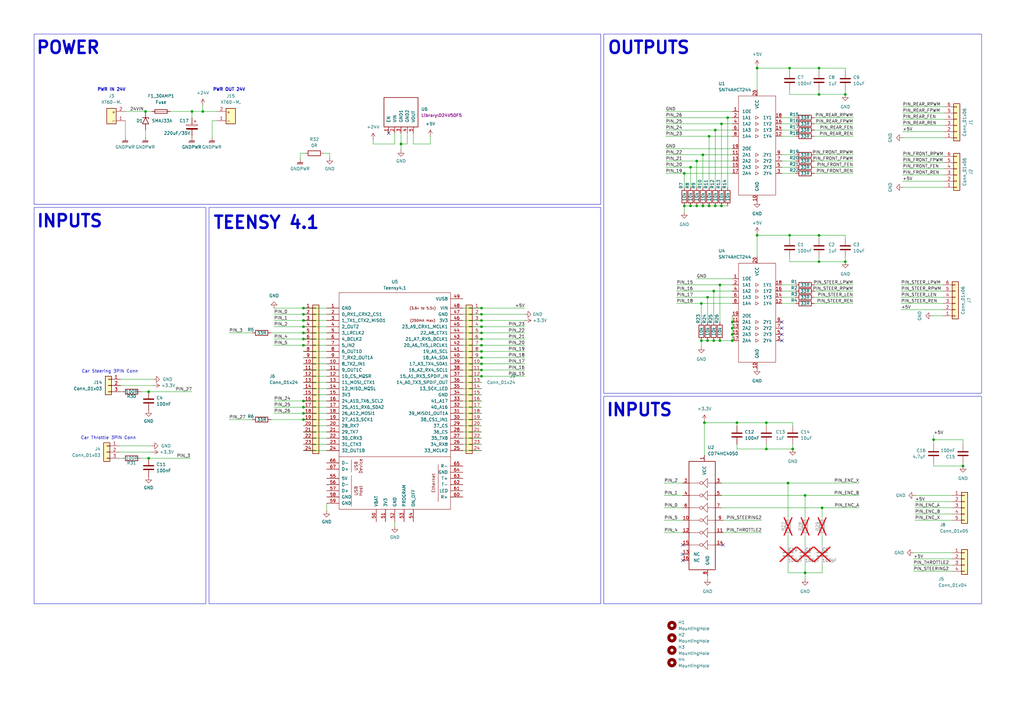
<source format=kicad_sch>
(kicad_sch (version 20250114) (generator "eeschema") (generator_version "9.0")
  (paper "A3")
  (title_block (date "2025-10-03"))
  (rectangle (start 247.65 13.97) (end 402.59 161.29))
  (rectangle (start 85.725 85.09) (end 246.38 247.65))
  (rectangle (start 13.97 85.09) (end 84.455 247.65))
  (rectangle (start 247.65 162.56) (end 402.59 247.65))
  (rectangle (start 13.97 13.97) (end 246.38 83.82))
  (text "PWR OUT 24V" (at 93.98 36.83 0) (effects (font (size 1.27 1.27) (thickness 0.254) (bold yes))))
  (text "Car Throttle 3PIN Conn" (at 44.45 179.705 0) (effects (font (size 1.27 1.27))))
  (text "POWER" (at 27.94 19.685 0) (effects (font (size 5 5) (thickness 1) (bold yes))))
  (text "TEENSY 4.1" (at 109.22 91.44 0) (effects (font (size 5 5) (thickness 1) (bold yes))))
  (text "PWR IN 24V" (at 45.72 36.83 0) (effects (font (size 1.27 1.27) (thickness 0.254) (bold yes))))
  (text "INPUTS" (at 28.575 90.805 0) (effects (font (size 5 5) (thickness 1) (bold yes))))
  (text "Car Steering 3PIN Conn" (at 45.085 152.4 0) (effects (font (size 1.27 1.27))))
  (text "OUTPUTS" (at 266.065 19.685 0) (effects (font (size 5 5) (thickness 1) (bold yes))))
  (text "INPUTS" (at 262.255 168.275 0) (effects (font (size 5 5) (thickness 1) (bold yes))))
  (junction (at 337.185 208.28))
  (junction (at 290.195 121.92))
  (junction (at 295.275 116.84))
  (junction (at 124.46 128.905))
  (junction (at 197.485 133.985))
  (junction (at 288.925 173.355))
  (junction (at 293.37 84.455))
  (junction (at 78.74 45.72))
  (junction (at 288.29 63.5))
  (junction (at 382.905 180.34))
  (junction (at 124.46 169.545))
  (junction (at 335.915 107.315))
  (junction (at 394.97 191.135))
  (junction (at 197.485 146.685))
  (junction (at 330.2 234.95))
  (junction (at 295.91 50.8))
  (junction (at 283.21 68.58))
  (junction (at 290.83 55.88))
  (junction (at 287.655 139.7))
  (junction (at 197.485 136.525))
  (junction (at 197.485 149.225))
  (junction (at 292.735 139.7))
  (junction (at 300.355 134.62))
  (junction (at 335.915 96.52))
  (junction (at 124.46 164.465))
  (junction (at 124.46 126.365))
  (junction (at 335.915 38.735))
  (junction (at 197.485 139.065))
  (junction (at 285.75 66.04))
  (junction (at 124.46 141.605))
  (junction (at 288.29 84.455))
  (junction (at 197.485 154.305))
  (junction (at 197.485 126.365))
  (junction (at 323.215 198.12))
  (junction (at 164.465 59.055))
  (junction (at 280.67 84.455))
  (junction (at 197.485 131.445))
  (junction (at 298.45 48.26))
  (junction (at 293.37 53.34))
  (junction (at 295.91 84.455))
  (junction (at 60.96 187.96))
  (junction (at 280.67 71.12))
  (junction (at 124.46 133.985))
  (junction (at 300.355 132.08))
  (junction (at 124.46 139.065))
  (junction (at 335.915 27.94))
  (junction (at 124.46 131.445))
  (junction (at 300.355 137.16))
  (junction (at 197.485 144.145))
  (junction (at 124.46 136.525))
  (junction (at 83.185 45.72))
  (junction (at 295.275 139.7))
  (junction (at 292.735 119.38))
  (junction (at 197.485 141.605))
  (junction (at 285.75 84.455))
  (junction (at 323.85 27.94))
  (junction (at 124.46 167.005))
  (junction (at 310.515 96.52))
  (junction (at 290.83 84.455))
  (junction (at 290.195 139.7))
  (junction (at 325.12 184.15))
  (junction (at 346.71 107.315))
  (junction (at 59.69 45.72))
  (junction (at 330.2 203.2))
  (junction (at 283.21 84.455))
  (junction (at 302.26 173.355))
  (junction (at 323.85 96.52))
  (junction (at 197.485 128.905))
  (junction (at 300.355 139.7))
  (junction (at 346.71 38.735))
  (junction (at 310.515 27.94))
  (junction (at 197.485 151.765))
  (junction (at 124.46 172.085))
  (junction (at 314.325 184.15))
  (junction (at 60.96 160.655))
  (junction (at 314.325 173.355))
  (junction (at 287.655 124.46))
  (no_connect (at 320.675 139.7))
  (no_connect (at 296.545 223.52))
  (no_connect (at 280.035 229.87))
  (no_connect (at 320.675 132.08))
  (no_connect (at 320.675 134.62))
  (no_connect (at 320.675 137.16))
  (no_connect (at 159.385 54.61))
  (no_connect (at 280.035 223.52))
  (no_connect (at 280.035 227.33))
  (wire (pts (xy 387.35 48.895) (xy 370.205 48.895)))
  (wire (pts (xy 287.655 139.7) (xy 290.195 139.7)))
  (wire (pts (xy 111.125 172.085) (xy 124.46 172.085)))
  (wire (pts (xy 112.395 133.985) (xy 124.46 133.985)))
  (wire (pts (xy 320.675 63.5) (xy 326.39 63.5)))
  (wire (pts (xy 320.675 121.92) (xy 326.39 121.92)))
  (wire (pts (xy 349.885 53.34) (xy 334.01 53.34)))
  (wire (pts (xy 215.265 131.445) (xy 197.485 131.445)))
  (wire (pts (xy 272.415 198.12) (xy 280.035 198.12)))
  (wire (pts (xy 349.885 121.92) (xy 334.01 121.92)))
  (wire (pts (xy 382.905 191.135) (xy 382.905 189.865)))
  (wire (pts (xy 390.525 203.2) (xy 375.285 203.2)))
  (wire (pts (xy 62.23 182.88) (xy 48.895 182.88)))
  (wire (pts (xy 290.83 55.88) (xy 290.83 76.835)))
  (wire (pts (xy 302.26 173.355) (xy 302.26 174.625)))
  (wire (pts (xy 390.525 213.36) (xy 375.285 213.36)))
  (wire (pts (xy 310.515 27.94) (xy 310.515 36.83)))
  (wire (pts (xy 153.035 59.055) (xy 161.925 59.055)))
  (wire (pts (xy 112.395 139.065) (xy 124.46 139.065)))
  (wire (pts (xy 349.885 119.38) (xy 334.01 119.38)))
  (wire (pts (xy 310.515 96.52) (xy 310.515 105.41)))
  (wire (pts (xy 272.415 203.2) (xy 280.035 203.2)))
  (wire (pts (xy 189.865 164.465) (xy 197.485 164.465)))
  (wire (pts (xy 295.91 198.12) (xy 323.215 198.12)))
  (wire (pts (xy 124.46 146.685) (xy 133.985 146.685)))
  (wire (pts (xy 161.925 215.9) (xy 161.925 213.995)))
  (wire (pts (xy 295.275 139.7) (xy 300.355 139.7)))
  (wire (pts (xy 197.485 128.905) (xy 189.865 128.905)))
  (wire (pts (xy 273.05 66.04) (xy 285.75 66.04)))
  (wire (pts (xy 189.865 159.385) (xy 197.485 159.385)))
  (wire (pts (xy 325.12 173.355) (xy 314.325 173.355)))
  (wire (pts (xy 346.71 97.79) (xy 346.71 96.52)))
  (wire (pts (xy 288.925 172.72) (xy 288.925 173.355)))
  (wire (pts (xy 302.26 184.15) (xy 314.325 184.15)))
  (wire (pts (xy 86.995 49.53) (xy 86.995 56.515)))
  (wire (pts (xy 335.915 36.83) (xy 335.915 38.735)))
  (wire (pts (xy 189.865 161.925) (xy 197.485 161.925)))
  (wire (pts (xy 335.915 96.52) (xy 323.85 96.52)))
  (wire (pts (xy 295.91 84.455) (xy 298.45 84.455)))
  (wire (pts (xy 320.675 48.26) (xy 326.39 48.26)))
  (wire (pts (xy 169.545 59.055) (xy 176.53 59.055)))
  (wire (pts (xy 374.65 231.775) (xy 390.525 231.775)))
  (wire (pts (xy 386.715 124.46) (xy 369.57 124.46)))
  (wire (pts (xy 285.75 84.455) (xy 288.29 84.455)))
  (wire (pts (xy 300.355 129.54) (xy 300.355 132.08)))
  (wire (pts (xy 323.85 96.52) (xy 323.85 97.79)))
  (wire (pts (xy 273.05 71.12) (xy 280.67 71.12)))
  (wire (pts (xy 111.125 136.525) (xy 124.46 136.525)))
  (wire (pts (xy 387.35 76.835) (xy 370.205 76.835)))
  (wire (pts (xy 215.265 128.905) (xy 197.485 128.905)))
  (wire (pts (xy 292.735 139.7) (xy 295.275 139.7)))
  (wire (pts (xy 287.655 124.46) (xy 300.355 124.46)))
  (wire (pts (xy 320.675 71.12) (xy 326.39 71.12)))
  (wire (pts (xy 337.185 208.28) (xy 337.185 212.09)))
  (wire (pts (xy 387.35 56.515) (xy 370.205 56.515)))
  (wire (pts (xy 215.265 133.985) (xy 197.485 133.985)))
  (wire (pts (xy 124.46 172.085) (xy 133.985 172.085)))
  (wire (pts (xy 272.415 208.28) (xy 280.035 208.28)))
  (wire (pts (xy 197.485 149.225) (xy 189.865 149.225)))
  (wire (pts (xy 124.46 128.905) (xy 133.985 128.905)))
  (wire (pts (xy 273.05 48.26) (xy 298.45 48.26)))
  (wire (pts (xy 387.35 53.975) (xy 370.205 53.975)))
  (wire (pts (xy 124.46 179.705) (xy 133.985 179.705)))
  (wire (pts (xy 124.46 169.545) (xy 133.985 169.545)))
  (wire (pts (xy 124.46 141.605) (xy 133.985 141.605)))
  (wire (pts (xy 112.395 169.545) (xy 124.46 169.545)))
  (wire (pts (xy 320.675 55.88) (xy 326.39 55.88)))
  (wire (pts (xy 280.67 71.12) (xy 300.355 71.12)))
  (wire (pts (xy 349.885 68.58) (xy 334.01 68.58)))
  (wire (pts (xy 292.735 119.38) (xy 300.355 119.38)))
  (wire (pts (xy 49.53 160.655) (xy 50.165 160.655)))
  (wire (pts (xy 386.715 121.92) (xy 369.57 121.92)))
  (wire (pts (xy 374.65 234.315) (xy 390.525 234.315)))
  (wire (pts (xy 273.05 50.8) (xy 295.91 50.8)))
  (wire (pts (xy 298.45 48.26) (xy 298.45 76.835)))
  (wire (pts (xy 346.71 29.21) (xy 346.71 27.94)))
  (wire (pts (xy 320.675 119.38) (xy 326.39 119.38)))
  (wire (pts (xy 390.525 210.82) (xy 375.285 210.82)))
  (wire (pts (xy 323.85 27.94) (xy 323.85 29.21)))
  (wire (pts (xy 323.215 231.14) (xy 323.215 234.95)))
  (wire (pts (xy 197.485 141.605) (xy 189.865 141.605)))
  (wire (pts (xy 215.265 126.365) (xy 197.485 126.365)))
  (wire (pts (xy 215.265 146.685) (xy 197.485 146.685)))
  (wire (pts (xy 349.885 124.46) (xy 334.01 124.46)))
  (wire (pts (xy 124.46 126.365) (xy 133.985 126.365)))
  (wire (pts (xy 290.83 84.455) (xy 293.37 84.455)))
  (wire (pts (xy 285.75 114.3) (xy 300.355 114.3)))
  (wire (pts (xy 59.69 45.72) (xy 51.435 45.72)))
  (wire (pts (xy 48.895 187.96) (xy 50.165 187.96)))
  (wire (pts (xy 62.865 155.575) (xy 49.53 155.575)))
  (wire (pts (xy 280.67 71.12) (xy 280.67 76.835)))
  (wire (pts (xy 330.2 234.95) (xy 330.2 237.49)))
  (wire (pts (xy 314.325 173.355) (xy 302.26 173.355)))
  (wire (pts (xy 386.715 116.84) (xy 369.57 116.84)))
  (wire (pts (xy 325.12 184.15) (xy 325.12 182.245)))
  (wire (pts (xy 310.515 95.885) (xy 310.515 96.52)))
  (wire (pts (xy 78.74 45.72) (xy 78.74 48.26)))
  (wire (pts (xy 288.29 84.455) (xy 290.83 84.455)))
  (wire (pts (xy 197.485 139.065) (xy 189.865 139.065)))
  (wire (pts (xy 290.195 139.7) (xy 292.735 139.7)))
  (wire (pts (xy 387.35 69.215) (xy 370.205 69.215)))
  (wire (pts (xy 93.98 136.525) (xy 103.505 136.525)))
  (wire (pts (xy 189.865 172.085) (xy 197.485 172.085)))
  (wire (pts (xy 337.185 208.28) (xy 352.425 208.28)))
  (wire (pts (xy 88.9 45.72) (xy 83.185 45.72)))
  (wire (pts (xy 320.675 66.04) (xy 326.39 66.04)))
  (wire (pts (xy 314.325 182.245) (xy 314.325 184.15)))
  (wire (pts (xy 124.46 174.625) (xy 133.985 174.625)))
  (wire (pts (xy 312.42 213.36) (xy 296.545 213.36)))
  (wire (pts (xy 280.67 84.455) (xy 280.67 86.995)))
  (wire (pts (xy 337.185 208.28) (xy 295.91 208.28)))
  (wire (pts (xy 386.715 127) (xy 369.57 127)))
  (wire (pts (xy 273.05 63.5) (xy 288.29 63.5)))
  (wire (pts (xy 349.885 116.84) (xy 334.01 116.84)))
  (wire (pts (xy 189.865 169.545) (xy 197.485 169.545)))
  (wire (pts (xy 335.915 27.94) (xy 335.915 29.21)))
  (wire (pts (xy 57.785 187.96) (xy 60.96 187.96)))
  (wire (pts (xy 323.85 105.41) (xy 323.85 107.315)))
  (wire (pts (xy 295.275 116.84) (xy 300.355 116.84)))
  (wire (pts (xy 335.915 38.735) (xy 346.71 38.735)))
  (wire (pts (xy 62.865 158.115) (xy 49.53 158.115)))
  (wire (pts (xy 153.035 57.15) (xy 153.035 59.055)))
  (wire (pts (xy 349.885 55.88) (xy 334.01 55.88)))
  (wire (pts (xy 283.21 68.58) (xy 283.21 76.835)))
  (wire (pts (xy 273.05 53.34) (xy 293.37 53.34)))
  (wire (pts (xy 93.98 172.085) (xy 103.505 172.085)))
  (wire (pts (xy 60.96 187.96) (xy 78.105 187.96)))
  (wire (pts (xy 320.675 68.58) (xy 326.39 68.58)))
  (wire (pts (xy 295.91 50.8) (xy 295.91 76.835)))
  (wire (pts (xy 124.46 156.845) (xy 133.985 156.845)))
  (wire (pts (xy 83.185 43.18) (xy 83.185 45.72)))
  (wire (pts (xy 273.05 45.72) (xy 300.355 45.72)))
  (wire (pts (xy 314.325 184.15) (xy 325.12 184.15)))
  (wire (pts (xy 293.37 53.34) (xy 300.355 53.34)))
  (wire (pts (xy 124.46 136.525) (xy 133.985 136.525)))
  (wire (pts (xy 189.865 184.785) (xy 197.485 184.785)))
  (wire (pts (xy 272.415 218.44) (xy 280.035 218.44)))
  (wire (pts (xy 164.465 59.055) (xy 164.465 61.595)))
  (wire (pts (xy 124.46 133.985) (xy 133.985 133.985)))
  (wire (pts (xy 323.215 198.12) (xy 323.215 212.09)))
  (wire (pts (xy 277.495 121.92) (xy 290.195 121.92)))
  (wire (pts (xy 394.97 191.135) (xy 394.97 189.865)))
  (wire (pts (xy 161.925 59.055) (xy 161.925 54.61)))
  (wire (pts (xy 288.925 173.355) (xy 288.925 186.69)))
  (wire (pts (xy 59.69 56.515) (xy 59.69 53.34)))
  (wire (pts (xy 335.915 96.52) (xy 335.915 97.79)))
  (wire (pts (xy 124.46 144.145) (xy 133.985 144.145)))
  (wire (pts (xy 323.85 96.52) (xy 310.515 96.52)))
  (wire (pts (xy 387.35 74.295) (xy 370.205 74.295)))
  (wire (pts (xy 273.05 60.96) (xy 300.355 60.96)))
  (wire (pts (xy 288.29 63.5) (xy 300.355 63.5)))
  (wire (pts (xy 124.46 154.305) (xy 133.985 154.305)))
  (wire (pts (xy 197.485 131.445) (xy 189.865 131.445)))
  (wire (pts (xy 215.265 141.605) (xy 197.485 141.605)))
  (wire (pts (xy 302.26 173.355) (xy 288.925 173.355)))
  (wire (pts (xy 300.355 132.08) (xy 300.355 134.62)))
  (wire (pts (xy 330.2 231.14) (xy 330.2 234.95)))
  (wire (pts (xy 323.85 107.315) (xy 335.915 107.315)))
  (wire (pts (xy 60.96 160.655) (xy 78.74 160.655)))
  (wire (pts (xy 176.53 55.88) (xy 176.53 59.055)))
  (wire (pts (xy 124.46 151.765) (xy 133.985 151.765)))
  (wire (pts (xy 197.485 154.305) (xy 189.865 154.305)))
  (wire (pts (xy 124.46 131.445) (xy 133.985 131.445)))
  (wire (pts (xy 293.37 53.34) (xy 293.37 76.835)))
  (wire (pts (xy 135.255 62.865) (xy 132.715 62.865)))
  (wire (pts (xy 292.735 119.38) (xy 292.735 132.08)))
  (wire (pts (xy 374.65 226.695) (xy 390.525 226.695)))
  (wire (pts (xy 337.185 234.95) (xy 337.185 231.14)))
  (wire (pts (xy 285.75 66.04) (xy 285.75 76.835)))
  (wire (pts (xy 277.495 116.84) (xy 295.275 116.84)))
  (wire (pts (xy 394.97 182.245) (xy 394.97 180.34)))
  (wire (pts (xy 288.29 76.835) (xy 288.29 63.5)))
  (wire (pts (xy 290.83 55.88) (xy 300.355 55.88)))
  (wire (pts (xy 112.395 141.605) (xy 124.46 141.605)))
  (wire (pts (xy 295.91 50.8) (xy 300.355 50.8)))
  (wire (pts (xy 78.74 45.72) (xy 69.85 45.72)))
  (wire (pts (xy 280.67 84.455) (xy 283.21 84.455)))
  (wire (pts (xy 323.215 234.95) (xy 330.2 234.95)))
  (wire (pts (xy 374.65 229.235) (xy 390.525 229.235)))
  (wire (pts (xy 273.05 68.58) (xy 283.21 68.58)))
  (wire (pts (xy 386.715 119.38) (xy 369.57 119.38)))
  (wire (pts (xy 215.265 144.145) (xy 197.485 144.145)))
  (wire (pts (xy 330.2 203.2) (xy 330.2 212.09)))
  (wire (pts (xy 197.485 146.685) (xy 189.865 146.685)))
  (wire (pts (xy 382.905 182.245) (xy 382.905 180.34)))
  (wire (pts (xy 323.85 27.94) (xy 310.515 27.94)))
  (wire (pts (xy 62.23 185.42) (xy 48.895 185.42)))
  (wire (pts (xy 273.05 55.88) (xy 290.83 55.88)))
  (wire (pts (xy 349.885 50.8) (xy 334.01 50.8)))
  (wire (pts (xy 287.655 124.46) (xy 287.655 132.08)))
  (wire (pts (xy 167.005 59.055) (xy 164.465 59.055)))
  (wire (pts (xy 88.9 49.53) (xy 86.995 49.53)))
  (wire (pts (xy 197.485 126.365) (xy 189.865 126.365)))
  (wire (pts (xy 135.255 64.77) (xy 135.255 62.865)))
  (wire (pts (xy 298.45 48.26) (xy 300.355 48.26)))
  (wire (pts (xy 302.26 182.245) (xy 302.26 184.15)))
  (wire (pts (xy 325.12 174.625) (xy 325.12 173.355)))
  (wire (pts (xy 287.655 139.7) (xy 287.655 142.24)))
  (wire (pts (xy 124.46 159.385) (xy 133.985 159.385)))
  (wire (pts (xy 133.985 206.375) (xy 133.985 209.55)))
  (wire (pts (xy 349.885 71.12) (xy 334.01 71.12)))
  (wire (pts (xy 382.905 178.435) (xy 382.905 180.34)))
  (wire (pts (xy 346.71 107.315) (xy 346.71 105.41)))
  (wire (pts (xy 335.915 105.41) (xy 335.915 107.315)))
  (wire (pts (xy 215.265 139.065) (xy 197.485 139.065)))
  (wire (pts (xy 272.415 213.36) (xy 280.035 213.36)))
  (wire (pts (xy 197.485 136.525) (xy 189.865 136.525)))
  (wire (pts (xy 312.42 218.44) (xy 296.545 218.44)))
  (wire (pts (xy 320.675 50.8) (xy 326.39 50.8)))
  (wire (pts (xy 112.395 164.465) (xy 124.46 164.465)))
  (wire (pts (xy 290.195 236.22) (xy 290.195 237.49)))
  (wire (pts (xy 123.19 62.865) (xy 125.095 62.865)))
  (wire (pts (xy 197.485 133.985) (xy 189.865 133.985)))
  (wire (pts (xy 283.21 84.455) (xy 285.75 84.455)))
  (wire (pts (xy 323.85 38.735) (xy 335.915 38.735)))
  (wire (pts (xy 387.35 46.355) (xy 370.205 46.355)))
  (wire (pts (xy 387.35 43.815) (xy 370.205 43.815)))
  (wire (pts (xy 386.715 129.54) (xy 382.27 129.54)))
  (wire (pts (xy 320.675 53.34) (xy 326.39 53.34)))
  (wire (pts (xy 349.885 63.5) (xy 334.01 63.5)))
  (wire (pts (xy 124.46 167.005) (xy 133.985 167.005)))
  (wire (pts (xy 215.265 136.525) (xy 197.485 136.525)))
  (wire (pts (xy 337.185 219.71) (xy 337.185 223.52)))
  (wire (pts (xy 112.395 167.005) (xy 124.46 167.005)))
  (wire (pts (xy 124.46 182.245) (xy 133.985 182.245)))
  (wire (pts (xy 314.325 173.355) (xy 314.325 174.625)))
  (wire (pts (xy 290.195 121.92) (xy 290.195 132.08)))
  (wire (pts (xy 346.71 96.52) (xy 335.915 96.52)))
  (wire (pts (xy 330.2 203.2) (xy 295.91 203.2)))
  (wire (pts (xy 197.485 151.765) (xy 189.865 151.765)))
  (wire (pts (xy 387.35 71.755) (xy 370.205 71.755)))
  (wire (pts (xy 349.885 66.04) (xy 334.01 66.04)))
  (wire (pts (xy 189.865 167.005) (xy 197.485 167.005)))
  (wire (pts (xy 78.74 55.88) (xy 78.74 56.515)))
  (wire (pts (xy 57.785 160.655) (xy 60.96 160.655)))
  (wire (pts (xy 387.35 66.675) (xy 370.205 66.675)))
  (wire (pts (xy 189.865 179.705) (xy 197.485 179.705)))
  (wire (pts (xy 330.2 234.95) (xy 337.185 234.95)))
  (wire (pts (xy 390.525 208.28) (xy 375.285 208.28)))
  (wire (pts (xy 349.885 48.26) (xy 334.01 48.26)))
  (wire (pts (xy 112.395 128.905) (xy 124.46 128.905)))
  (wire (pts (xy 387.35 51.435) (xy 370.205 51.435)))
  (wire (pts (xy 124.46 139.065) (xy 133.985 139.065)))
  (wire (pts (xy 124.46 149.225) (xy 133.985 149.225)))
  (wire (pts (xy 164.465 54.61) (xy 164.465 59.055)))
  (wire (pts (xy 83.185 45.72) (xy 78.74 45.72)))
  (wire (pts (xy 335.915 27.94) (xy 323.85 27.94)))
  (wire (pts (xy 323.85 36.83) (xy 323.85 38.735)))
  (wire (pts (xy 346.71 27.94) (xy 335.915 27.94)))
  (wire (pts (xy 293.37 84.455) (xy 295.91 84.455)))
  (wire (pts (xy 112.395 131.445) (xy 124.46 131.445)))
  (wire (pts (xy 167.005 54.61) (xy 167.005 59.055)))
  (wire (pts (xy 330.2 219.71) (xy 330.2 223.52)))
  (wire (pts (xy 123.19 65.405) (xy 123.19 62.865)))
  (wire (pts (xy 124.46 161.925) (xy 133.985 161.925)))
  (wire (pts (xy 300.355 134.62) (xy 300.355 137.16)))
  (wire (pts (xy 189.865 156.845) (xy 197.485 156.845)))
  (wire (pts (xy 277.495 124.46) (xy 287.655 124.46)))
  (wire (pts (xy 387.35 64.135) (xy 370.205 64.135)))
  (wire (pts (xy 290.195 121.92) (xy 300.355 121.92)))
  (wire (pts (xy 124.46 177.165) (xy 133.985 177.165)))
  (wire (pts (xy 112.395 126.365) (xy 124.46 126.365)))
  (wire (pts (xy 323.215 198.12) (xy 352.425 198.12)))
  (wire (pts (xy 51.435 49.53) (xy 51.435 56.515)))
  (wire (pts (xy 215.265 149.225) (xy 197.485 149.225)))
  (wire (pts (xy 189.865 177.165) (xy 197.485 177.165)))
  (wire (pts (xy 124.46 164.465) (xy 133.985 164.465)))
  (wire (pts (xy 62.23 45.72) (xy 59.69 45.72)))
  (wire (pts (xy 215.265 151.765) (xy 197.485 151.765)))
  (wire (pts (xy 277.495 119.38) (xy 292.735 119.38)))
  (wire (pts (xy 394.97 180.34) (xy 382.905 180.34)))
  (wire (pts (xy 197.485 144.145) (xy 189.865 144.145)))
  (wire (pts (xy 346.71 38.735) (xy 346.71 36.83)))
  (wire (pts (xy 310.515 27.305) (xy 310.515 27.94)))
  (wire (pts (xy 323.215 219.71) (xy 323.215 223.52)))
  (wire (pts (xy 169.545 54.61) (xy 169.545 59.055)))
  (wire (pts (xy 320.675 124.46) (xy 326.39 124.46)))
  (wire (pts (xy 390.525 205.74) (xy 375.285 205.74)))
  (wire (pts (xy 335.915 107.315) (xy 346.71 107.315)))
  (wire (pts (xy 320.675 116.84) (xy 326.39 116.84)))
  (wire (pts (xy 300.355 137.16) (xy 300.355 139.7)))
  (wire (pts (xy 285.75 66.04) (xy 300.355 66.04)))
  (wire (pts (xy 283.21 68.58) (xy 300.355 68.58)))
  (wire (pts (xy 189.865 174.625) (xy 197.485 174.625)))
  (wire (pts (xy 124.46 184.785) (xy 133.985 184.785)))
  (wire (pts (xy 215.265 154.305) (xy 197.485 154.305)))
  (wire (pts (xy 330.2 203.2) (xy 352.425 203.2)))
  (wire (pts (xy 189.865 182.245) (xy 197.485 182.245)))
  (wire (pts (xy 382.905 191.135) (xy 394.97 191.135)))
  (wire (pts (xy 295.275 116.84) (xy 295.275 132.08)))
  (label "PIN_REAR_REN" (at 349.885 55.88 180))
  (label "+5V" (at 369.57 127 0))
  (label "PIN_5" (at 112.395 141.605 0))
  (label "PIN_THROTTLE2" (at 374.65 231.775 0))
  (label "PIN_REAR_RPWM" (at 370.205 43.815 0))
  (label "PIN_22" (at 273.05 63.5 0))
  (label "PIN_ENC_X" (at 375.285 213.36 0))
  (label "+5V" (at 370.205 74.295 0))
  (label "PIN_STEER_RPWM" (at 349.885 119.38 180))
  (label "PIN_STEER_LEN" (at 349.885 121.92 180))
  (label "PIN_ENC_A" (at 375.285 208.28 0))
  (label "PIN_0" (at 272.415 208.28 0))
  (label "PIN_STEERING2" (at 374.65 234.315 0))
  (label "GND" (at 273.05 45.72 0))
  (label "PIN_0" (at 112.395 128.905 0))
  (label "PIN_REAR_REN" (at 370.205 51.435 0))
  (label "+5V" (at 382.905 178.435 0))
  (label "+5V" (at 215.265 126.365 180))
  (label "+5V" (at 375.285 205.74 0))
  (label "PIN_18" (at 215.265 146.685 180))
  (label "PIN_1" (at 272.415 203.2 0))
  (label "PIN_STEER_LPWM" (at 369.57 116.84 0))
  (label "PIN_FRONT_FEN" (at 370.205 69.215 0))
  (label "PIN_REAR_FPWM" (at 349.885 50.8 180))
  (label "+5V" (at 370.205 53.975 0))
  (label "PIN_17" (at 277.495 121.92 0))
  (label "PIN_22" (at 215.265 136.525 180))
  (label "PIN_27" (at 78.74 160.655 180))
  (label "PIN_STEER_LPWM" (at 349.885 116.84 180))
  (label "PIN_20" (at 273.05 68.58 0))
  (label "24VIN" (at 53.34 45.72 0))
  (label "PIN_THROTTLE2" (at 312.42 218.44 180))
  (label "PIN_3" (at 93.98 136.525 0))
  (label "PIN_STEER_LEN" (at 369.57 121.92 0))
  (label "PIN_25" (at 273.05 50.8 0))
  (label "PIN_27" (at 93.98 172.085 0))
  (label "PIN_FRONT_FPWM" (at 370.205 66.675 0))
  (label "PIN_23" (at 273.05 55.88 0))
  (label "PIN_STEER_RPWM" (at 369.57 119.38 0))
  (label "PIN_ENC_A" (at 352.425 208.28 180))
  (label "PIN_15" (at 277.495 116.84 0))
  (label "PIN_STEER_REN" (at 349.885 124.46 180))
  (label "PIN_26" (at 273.05 48.26 0))
  (label "PIN_17" (at 215.265 149.225 180))
  (label "PIN_REAR_FEN" (at 370.205 48.895 0))
  (label "PIN_FRONT_RPWM" (at 349.885 63.5 180))
  (label "+5V" (at 374.65 229.235 0))
  (label "PIN_16" (at 215.265 151.765 180))
  (label "PIN_4" (at 272.415 218.44 0))
  (label "PIN_REAR_FPWM" (at 370.205 46.355 0))
  (label "PIN_18" (at 277.495 124.46 0))
  (label "PIN_FRONT_REN" (at 349.885 71.12 180))
  (label "PIN_2" (at 112.395 133.985 0))
  (label "PIN_23" (at 215.265 133.985 180))
  (label "PIN_STEER_REN" (at 369.57 124.46 0))
  (label "PIN_24" (at 273.05 53.34 0))
  (label "PIN_FRONT_RPWM" (at 370.205 64.135 0))
  (label "PIN_24" (at 112.395 164.465 0))
  (label "GND" (at 273.05 60.96 0))
  (label "PIN_1" (at 112.395 131.445 0))
  (label "PIN_25" (at 112.395 167.005 0))
  (label "PIN_REAR_FEN" (at 349.885 53.34 180))
  (label "PIN_16" (at 277.495 119.38 0))
  (label "PIN_FRONT_REN" (at 370.205 71.755 0))
  (label "PIN_STEERING2" (at 312.42 213.36 180))
  (label "PIN_REAR_RPWM" (at 349.885 48.26 180))
  (label "PIN_15" (at 215.265 154.305 180))
  (label "PIN_3" (at 78.105 187.96 180))
  (label "PIN_21" (at 273.05 66.04 0))
  (label "PIN_ENC_B" (at 352.425 203.2 180))
  (label "GND" (at 285.75 114.3 0))
  (label "PIN_FRONT_FPWM" (at 349.885 66.04 180))
  (label "PIN_4" (at 112.395 139.065 0))
  (label "PIN_ENC_X" (at 352.425 198.12 180))
  (label "PIN_ENC_B" (at 375.285 210.82 0))
  (label "PIN_FRONT_FEN" (at 349.885 68.58 180))
  (label "PIN_20" (at 215.265 141.605 180))
  (label "PIN_19" (at 273.05 71.12 0))
  (label "PIN_26" (at 112.395 169.545 0))
  (label "PIN_21" (at 215.265 139.065 180))
  (label "PIN_19" (at 215.265 144.145 180))
  (label "PIN_2" (at 272.415 198.12 0))
  (label "PIN_5" (at 272.415 213.36 0))
  (symbol (lib_id "power:GND") (at 62.865 155.575 90) (unit 1)
    (property "Reference" "#PWR013" (effects (hide yes)))
    (property "Value" "GND" (at 66.675 155.5749 90) (effects (justify right)))
    (property "Description" "Power symbol creates a global label with name \"GND\" , ground" (effects (hide yes)))
  )
  (symbol (lib_id "Device:C") (at 346.71 33.02 0) (unit 1)
    (property "Reference" "C9" (at 349.885 31.7499 0) (effects (justify left)))
    (property "Value" "10uF" (at 349.885 34.2899 0) (effects (justify left)))
    (property "Footprint" "Capacitor_SMD:C_0805_2012Metric" (effects (hide yes)))
    (property "Description" "Unpolarized capacitor" (effects (hide yes)))
    (property "LCSC" "C15850" (effects (hide yes)))
    (property "MPN" "CL21A106KAYNNNE" (effects (hide yes)))
  )
  (symbol (lib_id "Device:R") (at 290.195 135.89 0) (unit 1)
    (property "Reference" "R24" (at 288.925 132.715 90) (effects (justify left)))
    (property "Value" "10k" (at 290.195 137.795 90) (effects (justify left)))
    (property "Footprint" "Resistor_SMD:R_0603_1608Metric" (effects (hide yes)))
    (property "Description" "Resistor" (effects (hide yes)))
    (property "LCSC" "C98220" (effects (hide yes)))
    (property "MPN" "RC0603FR-0710KL" (effects (hide yes)))
  )
  (symbol (lib_id "Device:R") (at 330.2 55.88 90) (unit 1)
    (property "Reference" "R18" (at 325.755 54.61 90))
    (property "Value" "33R" (at 330.2 55.88 90))
    (property "Footprint" "Resistor_SMD:R_0603_1608Metric" (effects (hide yes)))
    (property "Description" "Resistor" (effects (hide yes)))
    (property "LCSC" "C108661" (effects (hide yes)))
    (property "MPN" "RC0603FR-0733RL" (effects (hide yes)))
  )
  (symbol (lib_id "power:+5V") (at 310.515 95.885 0) (unit 1)
    (property "Reference" "#PWR07" (effects (hide yes)))
    (property "Value" "+5V" (at 310.515 91.44 0))
    (property "Description" "Power symbol creates a global label with name \"+5V\"" (effects (hide yes)))
  )
  (symbol (lib_id "New_Library:XT60-M.") (at 93.98 49.53 0) (mirror x) (unit 1)
    (property "Reference" "J15" (at 94.615 39.37 0))
    (property "Value" "XT60-M." (at 94.615 41.91 0))
    (property "Footprint" "Library:CONN-TH_XT60" (effects (hide yes)))
    (property "Description" "Generic connector, single row, 01x02, script generated (kicad-library-utils/schlib/autogen/connector/)" (effects (hide yes)))
    (property "LCSC" "C98733" (effects (hide yes)))
    (property "MPN" "XT60-M." (effects (hide yes)))
  )
  (symbol (lib_id "power:+24V") (at 83.185 43.18 0) (unit 1)
    (property "Reference" "#PWR030" (effects (hide yes)))
    (property "Value" "+24V" (at 83.185 38.1 0))
    (property "Description" "Power symbol creates a global label with name \"+24V\"" (effects (hide yes)))
  )
  (symbol (lib_id "Device:C_Polarized") (at 78.74 52.07 0) (mirror y) (unit 1)
    (property "Reference" "C17" (at 77.47 49.53 0) (effects (justify left)))
    (property "Value" "220uF/35V" (at 78.105 54.61 0) (effects (justify left)))
    (property "Footprint" "Capacitor_SMD:CP_Elec_8x10.5" (effects (hide yes)))
    (property "Description" "Polarized capacitor" (effects (hide yes)))
    (property "LCSC" "C5246556" (effects (hide yes)))
    (property "MPN" "HV1V227M0810PZ" (effects (hide yes)))
  )
  (symbol (lib_id "Device:R") (at 323.215 215.9 180) (unit 1) (dnp yes)
    (property "Reference" "R27" (at 321.31 215.9 90))
    (property "Value" "100R" (at 323.215 215.9 90))
    (property "Footprint" "Resistor_SMD:R_0603_1608Metric" (effects (hide yes)))
    (property "Description" "Resistor" (effects (hide yes)))
    (property "LCSC" "C105588" (effects (hide yes)))
    (property "MPN" "RC0603FR-07100RL" (effects (hide yes)))
  )
  (symbol (lib_id "power:+3.3V") (at 288.925 172.72 0) (unit 1)
    (property "Reference" "#PWR04" (effects (hide yes)))
    (property "Value" "+3.3V" (at 288.925 167.64 0))
    (property "Description" "Power symbol creates a global label with name \"+3.3V\"" (effects (hide yes)))
  )
  (symbol (lib_id "New_Library:D24V50F5") (at 164.465 46.99 90) (unit 1)
    (property "Reference" "U6" (at 172.72 44.7674 90) (effects (justify right)))
    (property "Value" "D24V50F5" (effects (hide yes)))
    (property "Footprint" "Library:D24V50F5" (at 172.72 47.3074 90) (effects (justify right)))
    (property "LCSC" "DNP" (effects (hide yes)))
    (property "MPN" "DNP" (effects (hide yes)))
  )
  (symbol (lib_id "Device:R") (at 292.735 135.89 0) (unit 1)
    (property "Reference" "R25" (at 291.465 132.715 90) (effects (justify left)))
    (property "Value" "10k" (at 292.735 137.795 90) (effects (justify left)))
    (property "Footprint" "Resistor_SMD:R_0603_1608Metric" (effects (hide yes)))
    (property "Description" "Resistor" (effects (hide yes)))
    (property "LCSC" "C98220" (effects (hide yes)))
    (property "MPN" "RC0603FR-0710KL" (effects (hide yes)))
  )
  (symbol (lib_id "Connector_Generic:Conn_01x06") (at 392.43 51.435 0) (mirror x) (unit 1)
    (property "Reference" "J1" (at 398.145 50.165 90))
    (property "Value" "Conn_01x06" (at 395.605 50.165 90))
    (property "Footprint" "Connector_PinHeader_2.54mm:PinHeader_1x06_P2.54mm_Vertical" (effects (hide yes)))
    (property "Description" "Generic connector, single row, 01x06, script generated (kicad-library-utils/schlib/autogen/connector/)" (effects (hide yes)))
    (property "LCSC" "C492405" (effects (hide yes)))
    (property "MPN" "PZ254V-11-06P" (effects (hide yes)))
  )
  (symbol (lib_id "Device:R") (at 330.2 53.34 90) (unit 1)
    (property "Reference" "R17" (at 325.755 52.07 90))
    (property "Value" "33R" (at 330.2 53.34 90))
    (property "Footprint" "Resistor_SMD:R_0603_1608Metric" (effects (hide yes)))
    (property "Description" "Resistor" (effects (hide yes)))
    (property "LCSC" "C108661" (effects (hide yes)))
    (property "MPN" "RC0603FR-0733RL" (effects (hide yes)))
  )
  (symbol (lib_id "power:GND") (at 62.23 182.88 90) (unit 1)
    (property "Reference" "#PWR08" (effects (hide yes)))
    (property "Value" "GND" (at 66.04 182.8799 90) (effects (justify right)))
    (property "Description" "Power symbol creates a global label with name \"GND\" , ground" (effects (hide yes)))
  )
  (symbol (lib_id "Device:R") (at 107.315 136.525 90) (unit 1)
    (property "Reference" "R5" (at 102.87 135.255 90))
    (property "Value" "33R" (at 107.315 136.525 90))
    (property "Footprint" "Resistor_SMD:R_0603_1608Metric" (effects (hide yes)))
    (property "Description" "Resistor" (effects (hide yes)))
    (property "LCSC" "C108661" (effects (hide yes)))
    (property "MPN" "RC0603FR-0733RL" (effects (hide yes)))
  )
  (symbol (lib_id "Device:R") (at 330.2 121.92 90) (unit 1)
    (property "Reference" "R3" (at 325.755 120.65 90))
    (property "Value" "33R" (at 330.2 121.92 90))
    (property "Footprint" "Resistor_SMD:R_0603_1608Metric" (effects (hide yes)))
    (property "Description" "Resistor" (effects (hide yes)))
    (property "LCSC" "C108661" (effects (hide yes)))
    (property "MPN" "RC0603FR-0733RL" (effects (hide yes)))
  )
  (symbol (lib_id "Connector_Generic:Conn_01x24") (at 129.54 154.305 0) (unit 1)
    (property "Reference" "J6" (at 110.49 154.305 0) (effects (justify left)))
    (property "Value" "Conn_01x24" (at 110.49 156.845 0) (effects (justify left)))
    (property "Footprint" "Connector_PinSocket_2.54mm:PinSocket_1x24_P2.54mm_Vertical" (effects (hide yes)))
    (property "Description" "Generic connector, single row, 01x24, script generated (kicad-library-utils/schlib/autogen/connector/)" (effects (hide yes)))
    (property "LCSC" "C2883741" (effects (hide yes)))
    (property "MPN" "X6511FV-24-C85D32" (effects (hide yes)))
  )
  (symbol (lib_id "Device:C") (at 382.905 186.055 0) (mirror x) (unit 1)
    (property "Reference" "C16" (at 379.73 184.7849 0) (effects (justify right)))
    (property "Value" "4.7uF" (at 379.73 187.3249 0) (effects (justify right)))
    (property "Footprint" "Capacitor_SMD:C_0805_2012Metric" (effects (hide yes)))
    (property "Description" "Unpolarized capacitor" (effects (hide yes)))
    (property "LCSC" "C98192" (effects (hide yes)))
    (property "MPN" "CL21A475KBQNNNE" (effects (hide yes)))
  )
  (symbol (lib_id "power:GNDPWR") (at 123.19 65.405 0) (unit 1)
    (property "Reference" "#PWR031" (effects (hide yes)))
    (property "Value" "GNDPWR" (at 123.063 69.215 0))
    (property "Description" "Power symbol creates a global label with name \"GNDPWR\" , global ground" (effects (hide yes)))
  )
  (symbol (lib_id "power:GND") (at 60.96 195.58 0) (unit 1)
    (property "Reference" "#PWR026" (effects (hide yes)))
    (property "Value" "GND" (at 60.96 200.025 0))
    (property "Description" "Power symbol creates a global label with name \"GND\" , ground" (effects (hide yes)))
  )
  (symbol (lib_id "power:GND") (at 370.205 56.515 270) (unit 1)
    (property "Reference" "#PWR09" (effects (hide yes)))
    (property "Value" "GND" (at 365.125 56.515 0))
    (property "Description" "Power symbol creates a global label with name \"GND\" , ground" (effects (hide yes)))
  )
  (symbol (lib_id "Connector_Generic:Conn_01x06") (at 391.795 124.46 0) (mirror x) (unit 1)
    (property "Reference" "J7" (at 397.51 123.19 90))
    (property "Value" "Conn_01x06" (at 394.97 123.19 90))
    (property "Footprint" "Connector_PinHeader_2.54mm:PinHeader_1x06_P2.54mm_Vertical" (effects (hide yes)))
    (property "Description" "Generic connector, single row, 01x06, script generated (kicad-library-utils/schlib/autogen/connector/)" (effects (hide yes)))
    (property "LCSC" "C492405" (effects (hide yes)))
    (property "MPN" "PZ254V-11-06P" (effects (hide yes)))
  )
  (symbol (lib_id "Mechanical:MountingHole") (at 275.59 271.78 0) (unit 1) (in_bom no)
    (property "Reference" "H4" (at 278.13 270.5099 0) (effects (justify left)))
    (property "Value" "MountingHole" (at 278.13 273.0499 0) (effects (justify left)))
    (property "Footprint" "MountingHole:MountingHole_3.2mm_M3" (effects (hide yes)))
    (property "Description" "Mounting Hole without connection" (effects (hide yes)))
    (property "LCSC" "DNP" (effects (hide yes)))
    (property "MPN" "DNP" (effects (hide yes)))
  )
  (symbol (lib_id "power:+24V") (at 153.035 57.15 0) (unit 1)
    (property "Reference" "#PWR043" (effects (hide yes)))
    (property "Value" "+24V" (at 153.035 52.07 0))
    (property "Description" "Power symbol creates a global label with name \"+24V\"" (effects (hide yes)))
  )
  (symbol (lib_id "power:+3.3V") (at 215.265 131.445 270) (unit 1)
    (property "Reference" "#PWR032" (effects (hide yes)))
    (property "Value" "+3.3V" (at 218.44 131.4449 90) (effects (justify left)))
    (property "Description" "Power symbol creates a global label with name \"+3.3V\"" (effects (hide yes)))
  )
  (symbol (lib_id "Device:R") (at 107.315 172.085 90) (unit 1)
    (property "Reference" "R6" (at 102.87 170.815 90))
    (property "Value" "33R" (at 107.315 172.085 90))
    (property "Footprint" "Resistor_SMD:R_0603_1608Metric" (effects (hide yes)))
    (property "Description" "Resistor" (effects (hide yes)))
    (property "LCSC" "C108661" (effects (hide yes)))
    (property "MPN" "RC0603FR-0733RL" (effects (hide yes)))
  )
  (symbol (lib_id "power:GND") (at 287.655 142.24 0) (unit 1)
    (property "Reference" "#PWR023" (effects (hide yes)))
    (property "Value" "GND" (at 287.655 147.32 0))
    (property "Description" "Power symbol creates a global label with name \"GND\" , ground" (effects (hide yes)))
  )
  (symbol (lib_id "Diode:SMAJ33A") (at 59.69 49.53 270) (unit 1)
    (property "Reference" "D1" (at 55.88 49.53 90) (effects (justify left)))
    (property "Value" "SMAJ33A" (at 62.23 49.53 90) (effects (justify left)))
    (property "Footprint" "Diode_SMD:D_SMA" (effects (hide yes)))
    (property "Datasheet" "https://www.littelfuse.com/media?resourcetype=datasheets&itemid=75e32973-b177-4ee3-a0ff-cedaf1abdb93&filename=smaj-datasheet" (effects (hide yes)))
    (property "Description" "400W unidirectional Transient Voltage Suppressor, 33.0Vr, SMA(DO-214AC)" (effects (hide yes)))
    (property "LCSC" "C353454" (effects (hide yes)))
    (property "MPN" "SMAJ33A" (effects (hide yes)))
  )
  (symbol (lib_id "Connector_Generic:Conn_01x05") (at 395.605 208.28 0) (unit 1)
    (property "Reference" "J8" (at 385.445 215.265 0) (effects (justify left)))
    (property "Value" "Conn_01x05" (at 385.445 217.805 0) (effects (justify left)))
    (property "Footprint" "Connector_PinHeader_2.54mm:PinHeader_1x05_P2.54mm_Vertical" (effects (hide yes)))
    (property "Description" "Generic connector, single row, 01x05, script generated (kicad-library-utils/schlib/autogen/connector/)" (effects (hide yes)))
    (property "LCSC" "C492404" (effects (hide yes)))
    (property "MPN" "PZ254V-11-05P" (effects (hide yes)))
  )
  (symbol (lib_id "New_Library:CD74HC4050") (at 287.655 210.82 0) (mirror y) (unit 1)
    (property "Reference" "U2" (at 290.195 183.515 0) (effects (justify right)))
    (property "Value" "CD74HC4050" (at 290.195 186.055 0) (effects (justify right)))
    (property "Footprint" "Package_SO:TSSOP-16_4.4x5mm_P0.65mm" (effects (hide yes)))
    (property "LCSC" "C352825" (effects (hide yes)))
    (property "MPN" "CD74HC4050PWR" (effects (hide yes)))
  )
  (symbol (lib_id "Mechanical:MountingHole") (at 275.59 261.62 0) (unit 1) (in_bom no)
    (property "Reference" "H2" (at 278.13 260.3499 0) (effects (justify left)))
    (property "Value" "MountingHole" (at 278.13 262.8899 0) (effects (justify left)))
    (property "Footprint" "MountingHole:MountingHole_3.2mm_M3" (effects (hide yes)))
    (property "Description" "Mounting Hole without connection" (effects (hide yes)))
    (property "LCSC" "DNP" (effects (hide yes)))
    (property "MPN" "DNP" (effects (hide yes)))
  )
  (symbol (lib_id "New_Library:SN74AHCT244") (at 310.515 129.54 0) (unit 1)
    (property "Reference" "U4" (at 294.64 102.87 0) (effects (justify left)))
    (property "Value" "SN74AHCT244" (at 294.64 105.41 0) (effects (justify left)))
    (property "Footprint" "Library:SOIC-20_L12.8-W7.5-P1.27-LS10.3-BL" (effects (hide yes)))
    (property "LCSC" "C2675568" (effects (hide yes)))
    (property "MPN" "SN74AHCT244DWR" (effects (hide yes)))
  )
  (symbol (lib_id "power:GND") (at 133.985 209.55 0) (unit 1)
    (property "Reference" "#PWR019" (effects (hide yes)))
    (property "Value" "GND" (at 133.985 213.995 0))
    (property "Description" "Power symbol creates a global label with name \"GND\" , ground" (effects (hide yes)))
  )
  (symbol (lib_id "Connector_Generic:Conn_01x24") (at 192.405 154.305 0) (mirror y) (unit 1)
    (property "Reference" "J9" (at 211.455 154.305 0) (effects (justify left)))
    (property "Value" "Conn_01x24" (at 211.455 156.845 0) (effects (justify left)))
    (property "Footprint" "Connector_PinSocket_2.54mm:PinSocket_1x24_P2.54mm_Vertical" (effects (hide yes)))
    (property "Description" "Generic connector, single row, 01x24, script generated (kicad-library-utils/schlib/autogen/connector/)" (effects (hide yes)))
    (property "LCSC" "C2883741" (effects (hide yes)))
    (property "MPN" "X6511FV-24-C85D32" (effects (hide yes)))
  )
  (symbol (lib_id "Device:R") (at 295.91 80.645 0) (unit 1)
    (property "Reference" "R13" (at 294.64 77.47 90) (effects (justify left)))
    (property "Value" "10k" (at 295.91 82.55 90) (effects (justify left)))
    (property "Footprint" "Resistor_SMD:R_0603_1608Metric" (effects (hide yes)))
    (property "Description" "Resistor" (effects (hide yes)))
    (property "LCSC" "C98220" (effects (hide yes)))
    (property "MPN" "RC0603FR-0710KL" (effects (hide yes)))
  )
  (symbol (lib_id "Device:C") (at 325.12 178.435 0) (unit 1)
    (property "Reference" "C14" (at 328.295 177.1649 0) (effects (justify left)))
    (property "Value" "10uF" (at 328.295 179.7049 0) (effects (justify left)))
    (property "Footprint" "Capacitor_SMD:C_0805_2012Metric" (effects (hide yes)))
    (property "Description" "Unpolarized capacitor" (effects (hide yes)))
    (property "LCSC" "C15850" (effects (hide yes)))
    (property "MPN" "CL21A106KAYNNNE" (effects (hide yes)))
  )
  (symbol (lib_id "Device:C") (at 346.71 101.6 0) (unit 1)
    (property "Reference" "C3" (at 349.885 100.3299 0) (effects (justify left)))
    (property "Value" "10uF" (at 349.885 102.8699 0) (effects (justify left)))
    (property "Footprint" "Capacitor_SMD:C_0805_2012Metric" (effects (hide yes)))
    (property "Description" "Unpolarized capacitor" (effects (hide yes)))
    (property "LCSC" "C15850" (effects (hide yes)))
    (property "MPN" "CL21A106KAYNNNE" (effects (hide yes)))
  )
  (symbol (lib_id "Device:R") (at 128.905 62.865 90) (unit 1)
    (property "Reference" "R32" (at 128.905 57.15 90))
    (property "Value" "0R" (at 128.905 59.69 90))
    (property "Footprint" "Resistor_SMD:R_0805_2012Metric" (effects (hide yes)))
    (property "Description" "Resistor" (effects (hide yes)))
    (property "LCSC" "C100045" (effects (hide yes)))
    (property "MPN" "RC0805FR-070RL" (effects (hide yes)))
  )
  (symbol (lib_id "power:+5V") (at 176.53 55.88 0) (unit 1)
    (property "Reference" "#PWR044" (effects (hide yes)))
    (property "Value" "+5V" (at 176.53 50.8 0))
    (property "Description" "Power symbol creates a global label with name \"+5V\"" (effects (hide yes)))
  )
  (symbol (lib_id "Device:C") (at 323.85 101.6 0) (unit 1)
    (property "Reference" "C1" (at 327.025 100.3299 0) (effects (justify left)))
    (property "Value" "100nF" (at 327.025 102.8699 0) (effects (justify left)))
    (property "Footprint" "Capacitor_SMD:C_0805_2012Metric" (effects (hide yes)))
    (property "Description" "Unpolarized capacitor" (effects (hide yes)))
    (property "LCSC" "C49678" (effects (hide yes)))
    (property "MPN" "CC0805KRX7R9BB104" (effects (hide yes)))
  )
  (symbol (lib_id "Device:C") (at 60.96 191.77 0) (unit 1)
    (property "Reference" "C11" (at 64.135 190.4999 0) (effects (justify left)))
    (property "Value" "100nF" (at 64.135 193.0399 0) (effects (justify left)))
    (property "Footprint" "Capacitor_SMD:C_0805_2012Metric" (effects (hide yes)))
    (property "Description" "Unpolarized capacitor" (effects (hide yes)))
    (property "LCSC" "C49678" (effects (hide yes)))
    (property "MPN" "CC0805KRX7R9BB104" (effects (hide yes)))
  )
  (symbol (lib_id "Device:C") (at 330.2 227.33 0) (unit 1) (dnp yes)
    (property "Reference" "C6" (at 330.2 225.425 0) (effects (justify left)))
    (property "Value" "100pF" (at 330.2 229.87 0) (effects (justify left)))
    (property "Footprint" "Capacitor_SMD:C_0603_1608Metric" (effects (hide yes)))
    (property "Description" "Unpolarized capacitor" (effects (hide yes)))
    (property "LCSC" "C14858" (effects (hide yes)))
    (property "MPN" "CL10C101JB8NNNC" (effects (hide yes)))
  )
  (symbol (lib_id "power:GND") (at 310.515 82.55 0) (unit 1)
    (property "Reference" "#PWR020" (effects (hide yes)))
    (property "Value" "GND" (at 310.515 87.63 0))
    (property "Description" "Power symbol creates a global label with name \"GND\" , ground" (effects (hide yes)))
  )
  (symbol (lib_id "power:GNDPWR") (at 86.995 56.515 0) (unit 1)
    (property "Reference" "#PWR022" (effects (hide yes)))
    (property "Value" "GNDPWR" (at 86.868 60.325 0))
    (property "Description" "Power symbol creates a global label with name \"GNDPWR\" , global ground" (effects (hide yes)))
  )
  (symbol (lib_id "Device:C") (at 337.185 227.33 0) (unit 1) (dnp yes)
    (property "Reference" "C5" (at 337.185 225.425 0) (effects (justify left)))
    (property "Value" "100pF" (at 337.185 229.87 0) (effects (justify left)))
    (property "Footprint" "Capacitor_SMD:C_0603_1608Metric" (effects (hide yes)))
    (property "Description" "Unpolarized capacitor" (effects (hide yes)))
    (property "LCSC" "C14858" (effects (hide yes)))
    (property "MPN" "CL10C101JB8NNNC" (effects (hide yes)))
  )
  (symbol (lib_id "Device:R") (at 330.2 119.38 90) (unit 1)
    (property "Reference" "R2" (at 325.755 118.11 90))
    (property "Value" "33R" (at 330.2 119.38 90))
    (property "Footprint" "Resistor_SMD:R_0603_1608Metric" (effects (hide yes)))
    (property "Description" "Resistor" (effects (hide yes)))
    (property "LCSC" "C108661" (effects (hide yes)))
    (property "MPN" "RC0603FR-0733RL" (effects (hide yes)))
  )
  (symbol (lib_id "power:GND") (at 346.71 38.735 0) (unit 1)
    (property "Reference" "#PWR028" (effects (hide yes)))
    (property "Value" "GND" (at 346.71 43.815 0))
    (property "Description" "Power symbol creates a global label with name \"GND\" , ground" (effects (hide yes)))
  )
  (symbol (lib_id "Device:R") (at 287.655 135.89 0) (unit 1)
    (property "Reference" "R23" (at 286.385 132.715 90) (effects (justify left)))
    (property "Value" "10k" (at 287.655 137.795 90) (effects (justify left)))
    (property "Footprint" "Resistor_SMD:R_0603_1608Metric" (effects (hide yes)))
    (property "Description" "Resistor" (effects (hide yes)))
    (property "LCSC" "C98220" (effects (hide yes)))
    (property "MPN" "RC0603FR-0710KL" (effects (hide yes)))
  )
  (symbol (lib_id "Device:C") (at 394.97 186.055 180) (unit 1)
    (property "Reference" "C15" (at 391.795 187.3251 0) (effects (justify left)))
    (property "Value" "100nF" (at 391.795 184.7851 0) (effects (justify left)))
    (property "Footprint" "Capacitor_SMD:C_0805_2012Metric" (effects (hide yes)))
    (property "Description" "Unpolarized capacitor" (effects (hide yes)))
    (property "LCSC" "C49678" (effects (hide yes)))
    (property "MPN" "CC0805KRX7R9BB104" (effects (hide yes)))
  )
  (symbol (lib_id "Device:R") (at 285.75 80.645 0) (unit 1)
    (property "Reference" "R9" (at 284.48 77.47 90) (effects (justify left)))
    (property "Value" "10k" (at 285.75 82.55 90) (effects (justify left)))
    (property "Footprint" "Resistor_SMD:R_0603_1608Metric" (effects (hide yes)))
    (property "Description" "Resistor" (effects (hide yes)))
    (property "LCSC" "C98220" (effects (hide yes)))
    (property "MPN" "RC0603FR-0710KL" (effects (hide yes)))
  )
  (symbol (lib_id "Device:C") (at 323.215 227.33 0) (unit 1) (dnp yes)
    (property "Reference" "C10" (at 323.215 225.425 0) (effects (justify left)))
    (property "Value" "100pF" (at 323.215 229.87 0) (effects (justify left)))
    (property "Footprint" "Capacitor_SMD:C_0603_1608Metric" (effects (hide yes)))
    (property "Description" "Unpolarized capacitor" (effects (hide yes)))
    (property "LCSC" "C14858" (effects (hide yes)))
    (property "MPN" "CL10C101JB8NNNC" (effects (hide yes)))
  )
  (symbol (lib_id "Device:C") (at 323.85 33.02 0) (unit 1)
    (property "Reference" "C7" (at 327.025 31.7499 0) (effects (justify left)))
    (property "Value" "100nF" (at 327.025 34.2899 0) (effects (justify left)))
    (property "Footprint" "Capacitor_SMD:C_0805_2012Metric" (effects (hide yes)))
    (property "Description" "Unpolarized capacitor" (effects (hide yes)))
    (property "LCSC" "C49678" (effects (hide yes)))
    (property "MPN" "CC0805KRX7R9BB104" (effects (hide yes)))
  )
  (symbol (lib_id "Device:R") (at 293.37 80.645 0) (unit 1)
    (property "Reference" "R12" (at 292.1 77.47 90) (effects (justify left)))
    (property "Value" "10k" (at 293.37 82.55 90) (effects (justify left)))
    (property "Footprint" "Resistor_SMD:R_0603_1608Metric" (effects (hide yes)))
    (property "Description" "Resistor" (effects (hide yes)))
    (property "LCSC" "C98220" (effects (hide yes)))
    (property "MPN" "RC0603FR-0710KL" (effects (hide yes)))
  )
  (symbol (lib_id "power:GND") (at 112.395 126.365 0) (mirror x) (unit 1)
    (property "Reference" "#PWR06" (effects (hide yes)))
    (property "Value" "GND" (at 112.395 121.285 0))
    (property "Description" "Power symbol creates a global label with name \"GND\" , ground" (effects (hide yes)))
  )
  (symbol (lib_id "power:GND") (at 60.96 168.275 0) (unit 1)
    (property "Reference" "#PWR018" (effects (hide yes)))
    (property "Value" "GND" (at 60.96 172.72 0))
    (property "Description" "Power symbol creates a global label with name \"GND\" , ground" (effects (hide yes)))
  )
  (symbol (lib_id "power:GND") (at 215.265 128.905 90) (unit 1)
    (property "Reference" "#PWR021" (effects (hide yes)))
    (property "Value" "GND" (at 218.44 128.9049 90) (effects (justify right)))
    (property "Description" "Power symbol creates a global label with name \"GND\" , ground" (effects (hide yes)))
  )
  (symbol (lib_id "Device:R") (at 330.2 66.04 90) (unit 1)
    (property "Reference" "R20" (at 325.755 64.77 90))
    (property "Value" "33R" (at 330.2 66.04 90))
    (property "Footprint" "Resistor_SMD:R_0603_1608Metric" (effects (hide yes)))
    (property "Description" "Resistor" (effects (hide yes)))
    (property "LCSC" "C108661" (effects (hide yes)))
    (property "MPN" "RC0603FR-0733RL" (effects (hide yes)))
  )
  (symbol (lib_id "power:GND") (at 135.255 64.77 0) (unit 1)
    (property "Reference" "#PWR029" (effects (hide yes)))
    (property "Value" "GND" (at 135.255 69.215 0))
    (property "Description" "Power symbol creates a global label with name \"GND\" , ground" (effects (hide yes)))
  )
  (symbol (lib_id "power:GND") (at 346.71 107.315 0) (unit 1)
    (property "Reference" "#PWR016" (effects (hide yes)))
    (property "Value" "GND" (at 346.71 112.395 0))
    (property "Description" "Power symbol creates a global label with name \"GND\" , ground" (effects (hide yes)))
  )
  (symbol (lib_id "Device:R") (at 330.2 63.5 90) (unit 1)
    (property "Reference" "R19" (at 325.755 62.23 90))
    (property "Value" "33R" (at 330.2 63.5 90))
    (property "Footprint" "Resistor_SMD:R_0603_1608Metric" (effects (hide yes)))
    (property "Description" "Resistor" (effects (hide yes)))
    (property "LCSC" "C108661" (effects (hide yes)))
    (property "MPN" "RC0603FR-0733RL" (effects (hide yes)))
  )
  (symbol (lib_id "Mechanical:MountingHole") (at 275.59 266.7 0) (unit 1) (in_bom no)
    (property "Reference" "H3" (at 278.13 265.4299 0) (effects (justify left)))
    (property "Value" "MountingHole" (at 278.13 267.9699 0) (effects (justify left)))
    (property "Footprint" "MountingHole:MountingHole_3.2mm_M3" (effects (hide yes)))
    (property "Description" "Mounting Hole without connection" (effects (hide yes)))
    (property "LCSC" "DNP" (effects (hide yes)))
    (property "MPN" "DNP" (effects (hide yes)))
  )
  (symbol (lib_id "power:GND") (at 394.97 191.135 0) (unit 1)
    (property "Reference" "#PWR025" (effects (hide yes)))
    (property "Value" "GND" (at 394.97 196.215 0))
    (property "Description" "Power symbol creates a global label with name \"GND\" , ground" (effects (hide yes)))
  )
  (symbol (lib_id "Connector_Generic:Conn_01x03") (at 44.45 158.115 0) (mirror y) (unit 1)
    (property "Reference" "J14" (at 41.91 156.8449 0) (effects (justify left)))
    (property "Value" "Conn_01x03" (at 41.91 159.3849 0) (effects (justify left)))
    (property "Footprint" "Connector_PinHeader_2.54mm:PinHeader_1x03_P2.54mm_Vertical" (effects (hide yes)))
    (property "Description" "Generic connector, single row, 01x03, script generated (kicad-library-utils/schlib/autogen/connector/)" (effects (hide yes)))
    (property "LCSC" "C2937625" (effects (hide yes)))
    (property "MPN" "PZ254V-11-03P" (effects (hide yes)))
  )
  (symbol (lib_id "Device:R") (at 298.45 80.645 0) (unit 1)
    (property "Reference" "R14" (at 297.18 77.47 90) (effects (justify left)))
    (property "Value" "10k" (at 298.45 82.55 90) (effects (justify left)))
    (property "Footprint" "Resistor_SMD:R_0603_1608Metric" (effects (hide yes)))
    (property "Description" "Resistor" (effects (hide yes)))
    (property "LCSC" "C98220" (effects (hide yes)))
    (property "MPN" "RC0603FR-0710KL" (effects (hide yes)))
  )
  (symbol (lib_id "teensy:Teensy4.1") (at 161.925 180.975 0) (unit 1) (in_bom no)
    (property "Reference" "U5" (at 161.925 115.57 0))
    (property "Value" "Teensy4.1" (at 161.925 118.11 0))
    (property "Footprint" "Library:Teensy41" (effects (hide yes)))
    (property "LCSC" "DNP" (effects (hide yes)))
    (property "MPN" "DNP" (effects (hide yes)))
  )
  (symbol (lib_id "Device:R") (at 330.2 116.84 90) (unit 1)
    (property "Reference" "R1" (at 325.755 115.57 90))
    (property "Value" "33R" (at 330.2 116.84 90))
    (property "Footprint" "Resistor_SMD:R_0603_1608Metric" (effects (hide yes)))
    (property "Description" "Resistor" (effects (hide yes)))
    (property "LCSC" "C108661" (effects (hide yes)))
    (property "MPN" "RC0603FR-0733RL" (effects (hide yes)))
  )
  (symbol (lib_id "Device:C") (at 335.915 33.02 0) (unit 1)
    (property "Reference" "C8" (at 339.725 31.7499 0) (effects (justify left)))
    (property "Value" "1uF" (at 339.725 34.2899 0) (effects (justify left)))
    (property "Footprint" "Capacitor_SMD:C_0805_2012Metric" (effects (hide yes)))
    (property "Description" "Unpolarized capacitor" (effects (hide yes)))
    (property "LCSC" "C28323" (effects (hide yes)))
    (property "MPN" "CL21B105KBFNNNE" (effects (hide yes)))
  )
  (symbol (lib_id "power:GND") (at 310.515 151.13 0) (unit 1)
    (property "Reference" "#PWR017" (effects (hide yes)))
    (property "Value" "GND" (at 310.515 156.21 0))
    (property "Description" "Power symbol creates a global label with name \"GND\" , ground" (effects (hide yes)))
  )
  (symbol (lib_id "power:GND") (at 382.27 129.54 270) (unit 1)
    (property "Reference" "#PWR011" (effects (hide yes)))
    (property "Value" "GND" (at 377.19 129.54 0))
    (property "Description" "Power symbol creates a global label with name \"GND\" , ground" (effects (hide yes)))
  )
  (symbol (lib_id "Connector_Generic:Conn_01x03") (at 43.815 185.42 0) (mirror y) (unit 1)
    (property "Reference" "J4" (at 41.275 184.1499 0) (effects (justify left)))
    (property "Value" "Conn_01x03" (at 41.275 186.6899 0) (effects (justify left)))
    (property "Footprint" "Connector_PinHeader_2.54mm:PinHeader_1x03_P2.54mm_Vertical" (effects (hide yes)))
    (property "Description" "Generic connector, single row, 01x03, script generated (kicad-library-utils/schlib/autogen/connector/)" (effects (hide yes)))
    (property "LCSC" "C2937625" (effects (hide yes)))
    (property "MPN" "PZ254V-11-03P" (effects (hide yes)))
  )
  (symbol (lib_id "Connector_Generic:Conn_01x04") (at 395.605 229.235 0) (unit 1)
    (property "Reference" "J5" (at 384.81 237.49 0) (effects (justify left)))
    (property "Value" "Conn_01x04" (at 384.81 240.03 0) (effects (justify left)))
    (property "Footprint" "Connector_PinHeader_2.54mm:PinHeader_1x04_P2.54mm_Vertical" (effects (hide yes)))
    (property "Description" "Generic connector, single row, 01x04, script generated (kicad-library-utils/schlib/autogen/connector/)" (effects (hide yes)))
    (property "LCSC" "C2691448" (effects (hide yes)))
    (property "MPN" "PZ254V-11-04P" (effects (hide yes)))
  )
  (symbol (lib_id "power:GND") (at 330.2 237.49 0) (mirror y) (unit 1)
    (property "Reference" "#PWR024" (effects (hide yes)))
    (property "Value" "GND" (at 330.2 242.57 0))
    (property "Description" "Power symbol creates a global label with name \"GND\" , ground" (effects (hide yes)))
  )
  (symbol (lib_id "power:+3.3V") (at 62.865 158.115 270) (unit 1)
    (property "Reference" "#PWR033" (effects (hide yes)))
    (property "Value" "+3.3V" (at 66.04 158.1149 90) (effects (justify left)))
    (property "Description" "Power symbol creates a global label with name \"+3.3V\"" (effects (hide yes)))
  )
  (symbol (lib_id "Device:R") (at 330.2 68.58 90) (unit 1)
    (property "Reference" "R21" (at 325.755 67.31 90))
    (property "Value" "33R" (at 330.2 68.58 90))
    (property "Footprint" "Resistor_SMD:R_0603_1608Metric" (effects (hide yes)))
    (property "Description" "Resistor" (effects (hide yes)))
    (property "LCSC" "C108661" (effects (hide yes)))
    (property "MPN" "RC0603FR-0733RL" (effects (hide yes)))
  )
  (symbol (lib_id "Device:R") (at 330.2 71.12 90) (unit 1)
    (property "Reference" "R22" (at 325.755 69.85 90))
    (property "Value" "33R" (at 330.2 71.12 90))
    (property "Footprint" "Resistor_SMD:R_0603_1608Metric" (effects (hide yes)))
    (property "Description" "Resistor" (effects (hide yes)))
    (property "LCSC" "C108661" (effects (hide yes)))
    (property "MPN" "RC0603FR-0733RL" (effects (hide yes)))
  )
  (symbol (lib_id "Device:C") (at 335.915 101.6 0) (unit 1)
    (property "Reference" "C2" (at 339.725 100.3299 0) (effects (justify left)))
    (property "Value" "1uF" (at 339.725 102.8699 0) (effects (justify left)))
    (property "Footprint" "Capacitor_SMD:C_0805_2012Metric" (effects (hide yes)))
    (property "Description" "Unpolarized capacitor" (effects (hide yes)))
    (property "LCSC" "C28323" (effects (hide yes)))
    (property "MPN" "CL21B105KBFNNNE" (effects (hide yes)))
  )
  (symbol (lib_id "Device:Fuse") (at 66.04 45.72 270) (mirror x) (unit 1)
    (property "Reference" "F1_30AMP1" (at 66.04 39.37 90))
    (property "Value" "Fuse" (at 66.04 41.91 90))
    (property "Footprint" "Library:FUSE-TH_4P-L19.8-W6.7_3557-2" (effects (hide yes)))
    (property "Description" "Fuse" (effects (hide yes)))
    (property "LCSC" "C352820" (effects (hide yes)))
    (property "MPN" "3557-2" (effects (hide yes)))
  )
  (symbol (lib_id "power:GND") (at 164.465 61.595 0) (unit 1)
    (property "Reference" "#PWR05" (effects (hide yes)))
    (property "Value" "GND" (at 164.465 66.04 0))
    (property "Description" "Power symbol creates a global label with name \"GND\" , ground" (effects (hide yes)))
  )
  (symbol (lib_id "Device:R") (at 53.975 160.655 270) (unit 1)
    (property "Reference" "R30" (at 53.975 162.56 90))
    (property "Value" "100R" (at 53.975 160.655 90))
    (property "Footprint" "Resistor_SMD:R_0603_1608Metric" (effects (hide yes)))
    (property "Description" "Resistor" (effects (hide yes)))
    (property "LCSC" "C105588" (effects (hide yes)))
    (property "MPN" "RC0603FR-07100RL" (effects (hide yes)))
  )
  (symbol (lib_id "power:GNDPWR") (at 51.435 56.515 0) (unit 1)
    (property "Reference" "#PWR01" (effects (hide yes)))
    (property "Value" "GNDPWR" (at 51.308 60.325 0))
    (property "Description" "Power symbol creates a global label with name \"GNDPWR\" , global ground" (effects (hide yes)))
  )
  (symbol (lib_id "New_Library:SN74AHCT244") (at 310.515 60.96 0) (unit 1)
    (property "Reference" "U1" (at 294.64 34.29 0) (effects (justify left)))
    (property "Value" "SN74AHCT244" (at 294.64 36.83 0) (effects (justify left)))
    (property "Footprint" "Library:SOIC-20_L12.8-W7.5-P1.27-LS10.3-BL" (effects (hide yes)))
    (property "LCSC" "C2675568" (effects (hide yes)))
    (property "MPN" "SN74AHCT244DWR" (effects (hide yes)))
  )
  (symbol (lib_id "power:GNDPWR") (at 78.74 56.515 0) (unit 1)
    (property "Reference" "#PWR046" (effects (hide yes)))
    (property "Value" "GNDPWR" (at 78.613 60.325 0))
    (property "Description" "Power symbol creates a global label with name \"GNDPWR\" , global ground" (effects (hide yes)))
  )
  (symbol (lib_id "Device:R") (at 330.2 124.46 90) (unit 1)
    (property "Reference" "R4" (at 325.755 123.19 90))
    (property "Value" "33R" (at 330.2 124.46 90))
    (property "Footprint" "Resistor_SMD:R_0603_1608Metric" (effects (hide yes)))
    (property "Description" "Resistor" (effects (hide yes)))
    (property "LCSC" "C108661" (effects (hide yes)))
    (property "MPN" "RC0603FR-0733RL" (effects (hide yes)))
  )
  (symbol (lib_id "Device:R") (at 280.67 80.645 0) (unit 1)
    (property "Reference" "R7" (at 279.4 77.47 90) (effects (justify left)))
    (property "Value" "10k" (at 280.67 82.55 90) (effects (justify left)))
    (property "Footprint" "Resistor_SMD:R_0603_1608Metric" (effects (hide yes)))
    (property "Description" "Resistor" (effects (hide yes)))
    (property "LCSC" "C98220" (effects (hide yes)))
    (property "MPN" "RC0603FR-0710KL" (effects (hide yes)))
  )
  (symbol (lib_id "New_Library:XT60-M.") (at 46.355 49.53 180) (unit 1)
    (property "Reference" "J3" (at 45.72 39.37 0))
    (property "Value" "XT60-M." (at 45.72 41.91 0))
    (property "Footprint" "Library:CONN-TH_XT60" (effects (hide yes)))
    (property "Description" "Generic connector, single row, 01x02, script generated (kicad-library-utils/schlib/autogen/connector/)" (effects (hide yes)))
    (property "LCSC" "C98733" (effects (hide yes)))
    (property "MPN" "XT60-M." (effects (hide yes)))
  )
  (symbol (lib_id "Device:R") (at 330.2 215.9 180) (unit 1) (dnp yes)
    (property "Reference" "R28" (at 328.295 215.9 90))
    (property "Value" "100R" (at 330.2 215.9 90))
    (property "Footprint" "Resistor_SMD:R_0603_1608Metric" (effects (hide yes)))
    (property "Description" "Resistor" (effects (hide yes)))
    (property "LCSC" "C105588" (effects (hide yes)))
    (property "MPN" "RC0603FR-07100RL" (effects (hide yes)))
  )
  (symbol (lib_id "Device:C") (at 60.96 164.465 0) (unit 1)
    (property "Reference" "C4" (at 64.135 163.1949 0) (effects (justify left)))
    (property "Value" "100nF" (at 64.135 165.7349 0) (effects (justify left)))
    (property "Footprint" "Capacitor_SMD:C_0805_2012Metric" (effects (hide yes)))
    (property "Description" "Unpolarized capacitor" (effects (hide yes)))
    (property "LCSC" "C49678" (effects (hide yes)))
    (property "MPN" "CC0805KRX7R9BB104" (effects (hide yes)))
  )
  (symbol (lib_id "Device:R") (at 330.2 48.26 90) (unit 1)
    (property "Reference" "R15" (at 325.755 46.99 90))
    (property "Value" "33R" (at 330.2 48.26 90))
    (property "Footprint" "Resistor_SMD:R_0603_1608Metric" (effects (hide yes)))
    (property "Description" "Resistor" (effects (hide yes)))
    (property "LCSC" "C108661" (effects (hide yes)))
    (property "MPN" "RC0603FR-0733RL" (effects (hide yes)))
  )
  (symbol (lib_id "power:GND") (at 161.925 215.9 0) (unit 1)
    (property "Reference" "#PWR012" (effects (hide yes)))
    (property "Value" "GND" (at 161.925 220.345 0))
    (property "Description" "Power symbol creates a global label with name \"GND\" , ground" (effects (hide yes)))
  )
  (symbol (lib_id "power:GNDPWR") (at 59.69 56.515 0) (unit 1)
    (property "Reference" "#PWR045" (effects (hide yes)))
    (property "Value" "GNDPWR" (at 59.563 60.325 0))
    (property "Description" "Power symbol creates a global label with name \"GNDPWR\" , global ground" (effects (hide yes)))
  )
  (symbol (lib_id "Device:R") (at 288.29 80.645 0) (unit 1)
    (property "Reference" "R10" (at 287.02 77.47 90) (effects (justify left)))
    (property "Value" "10k" (at 288.29 82.55 90) (effects (justify left)))
    (property "Footprint" "Resistor_SMD:R_0603_1608Metric" (effects (hide yes)))
    (property "Description" "Resistor" (effects (hide yes)))
    (property "LCSC" "C98220" (effects (hide yes)))
    (property "MPN" "RC0603FR-0710KL" (effects (hide yes)))
  )
  (symbol (lib_id "power:GND") (at 374.65 226.695 270) (mirror x) (unit 1)
    (property "Reference" "#PWR014" (effects (hide yes)))
    (property "Value" "GND" (at 370.84 226.6949 90) (effects (justify right)))
    (property "Description" "Power symbol creates a global label with name \"GND\" , ground" (effects (hide yes)))
  )
  (symbol (lib_id "power:GND") (at 280.67 86.995 0) (unit 1)
    (property "Reference" "#PWR02" (effects (hide yes)))
    (property "Value" "GND" (at 280.67 92.075 0))
    (property "Description" "Power symbol creates a global label with name \"GND\" , ground" (effects (hide yes)))
  )
  (symbol (lib_id "power:GND") (at 370.205 76.835 270) (unit 1)
    (property "Reference" "#PWR010" (effects (hide yes)))
    (property "Value" "GND" (at 365.125 76.835 0))
    (property "Description" "Power symbol creates a global label with name \"GND\" , ground" (effects (hide yes)))
  )
  (symbol (lib_id "Device:R") (at 295.275 135.89 0) (unit 1)
    (property "Reference" "R26" (at 294.005 132.715 90) (effects (justify left)))
    (property "Value" "10k" (at 295.275 137.795 90) (effects (justify left)))
    (property "Footprint" "Resistor_SMD:R_0603_1608Metric" (effects (hide yes)))
    (property "Description" "Resistor" (effects (hide yes)))
    (property "LCSC" "C98220" (effects (hide yes)))
    (property "MPN" "RC0603FR-0710KL" (effects (hide yes)))
  )
  (symbol (lib_id "power:GND") (at 325.12 184.15 0) (unit 1)
    (property "Reference" "#PWR036" (effects (hide yes)))
    (property "Value" "GND" (at 325.12 189.23 0))
    (property "Description" "Power symbol creates a global label with name \"GND\" , ground" (effects (hide yes)))
  )
  (symbol (lib_id "power:GND") (at 290.195 237.49 0) (mirror y) (unit 1)
    (property "Reference" "#PWR03" (effects (hide yes)))
    (property "Value" "GND" (at 290.195 242.57 0))
    (property "Description" "Power symbol creates a global label with name \"GND\" , ground" (effects (hide yes)))
  )
  (symbol (lib_id "Connector_Generic:Conn_01x06") (at 392.43 71.755 0) (mirror x) (unit 1)
    (property "Reference" "J2" (at 398.145 70.485 90))
    (property "Value" "Conn_01x06" (at 395.605 70.485 90))
    (property "Footprint" "Connector_PinHeader_2.54mm:PinHeader_1x06_P2.54mm_Vertical" (effects (hide yes)))
    (property "Description" "Generic connector, single row, 01x06, script generated (kicad-library-utils/schlib/autogen/connector/)" (effects (hide yes)))
    (property "LCSC" "C492405" (effects (hide yes)))
    (property "MPN" "PZ254V-11-06P" (effects (hide yes)))
  )
  (symbol (lib_id "power:+5V") (at 310.515 27.305 0) (unit 1)
    (property "Reference" "#PWR027" (effects (hide yes)))
    (property "Value" "+5V" (at 310.515 22.225 0))
    (property "Description" "Power symbol creates a global label with name \"+5V\"" (effects (hide yes)))
  )
  (symbol (lib_id "Device:R") (at 330.2 50.8 90) (unit 1)
    (property "Reference" "R16" (at 325.755 49.53 90))
    (property "Value" "33R" (at 330.2 50.8 90))
    (property "Footprint" "Resistor_SMD:R_0603_1608Metric" (effects (hide yes)))
    (property "Description" "Resistor" (effects (hide yes)))
    (property "LCSC" "C108661" (effects (hide yes)))
    (property "MPN" "RC0603FR-0733RL" (effects (hide yes)))
  )
  (symbol (lib_id "power:GND") (at 375.285 203.2 270) (mirror x) (unit 1)
    (property "Reference" "#PWR015" (effects (hide yes)))
    (property "Value" "GND" (at 371.475 203.1999 90) (effects (justify right)))
    (property "Description" "Power symbol creates a global label with name \"GND\" , ground" (effects (hide yes)))
  )
  (symbol (lib_id "Device:R") (at 337.185 215.9 180) (unit 1) (dnp yes)
    (property "Reference" "R29" (at 335.28 215.9 90))
    (property "Value" "100R" (at 337.185 215.9 90))
    (property "Footprint" "Resistor_SMD:R_0603_1608Metric" (effects (hide yes)))
    (property "Description" "Resistor" (effects (hide yes)))
    (property "LCSC" "C105588" (effects (hide yes)))
    (property "MPN" "RC0603FR-07100RL" (effects (hide yes)))
  )
  (symbol (lib_id "Mechanical:MountingHole") (at 275.59 256.54 0) (unit 1) (in_bom no)
    (property "Reference" "H1" (at 278.13 255.2699 0) (effects (justify left)))
    (property "Value" "MountingHole" (at 278.13 257.8099 0) (effects (justify left)))
    (property "Footprint" "MountingHole:MountingHole_3.2mm_M3" (effects (hide yes)))
    (property "Description" "Mounting Hole without connection" (effects (hide yes)))
    (property "LCSC" "DNP" (effects (hide yes)))
    (property "MPN" "DNP" (effects (hide yes)))
  )
  (symbol (lib_id "Device:C") (at 302.26 178.435 0) (unit 1)
    (property "Reference" "C12" (at 305.435 177.1649 0) (effects (justify left)))
    (property "Value" "100nF" (at 305.435 179.7049 0) (effects (justify left)))
    (property "Footprint" "Capacitor_SMD:C_0805_2012Metric" (effects (hide yes)))
    (property "Description" "Unpolarized capacitor" (effects (hide yes)))
    (property "LCSC" "C49678" (effects (hide yes)))
    (property "MPN" "CC0805KRX7R9BB104" (effects (hide yes)))
  )
  (symbol (lib_id "Device:C") (at 314.325 178.435 0) (unit 1)
    (property "Reference" "C13" (at 318.135 177.1649 0) (effects (justify left)))
    (property "Value" "1uF" (at 318.135 179.7049 0) (effects (justify left)))
    (property "Footprint" "Capacitor_SMD:C_0805_2012Metric" (effects (hide yes)))
    (property "Description" "Unpolarized capacitor" (effects (hide yes)))
    (property "LCSC" "C28323" (effects (hide yes)))
    (property "MPN" "CL21B105KBFNNNE" (effects (hide yes)))
  )
  (symbol (lib_id "power:+3.3V") (at 62.23 185.42 270) (unit 1)
    (property "Reference" "#PWR034" (effects (hide yes)))
    (property "Value" "+3.3V" (at 65.405 185.4199 90) (effects (justify left)))
    (property "Description" "Power symbol creates a global label with name \"+3.3V\"" (effects (hide yes)))
  )
  (symbol (lib_id "Device:R") (at 53.975 187.96 270) (unit 1)
    (property "Reference" "R31" (at 53.975 189.865 90))
    (property "Value" "100R" (at 53.975 187.96 90))
    (property "Footprint" "Resistor_SMD:R_0603_1608Metric" (effects (hide yes)))
    (property "Description" "Resistor" (effects (hide yes)))
    (property "LCSC" "C105588" (effects (hide yes)))
    (property "MPN" "RC0603FR-07100RL" (effects (hide yes)))
  )
  (symbol (lib_id "Device:R") (at 290.83 80.645 0) (unit 1)
    (property "Reference" "R11" (at 289.56 77.47 90) (effects (justify left)))
    (property "Value" "10k" (at 290.83 82.55 90) (effects (justify left)))
    (property "Footprint" "Resistor_SMD:R_0603_1608Metric" (effects (hide yes)))
    (property "Description" "Resistor" (effects (hide yes)))
    (property "LCSC" "C98220" (effects (hide yes)))
    (property "MPN" "RC0603FR-0710KL" (effects (hide yes)))
  )
  (symbol (lib_id "Device:R") (at 283.21 80.645 0) (unit 1)
    (property "Reference" "R8" (at 281.94 77.47 90) (effects (justify left)))
    (property "Value" "10k" (at 283.21 82.55 90) (effects (justify left)))
    (property "Footprint" "Resistor_SMD:R_0603_1608Metric" (effects (hide yes)))
    (property "Description" "Resistor" (effects (hide yes)))
    (property "LCSC" "C98220" (effects (hide yes)))
    (property "MPN" "RC0603FR-0710KL" (effects (hide yes)))
  )
)
</source>
